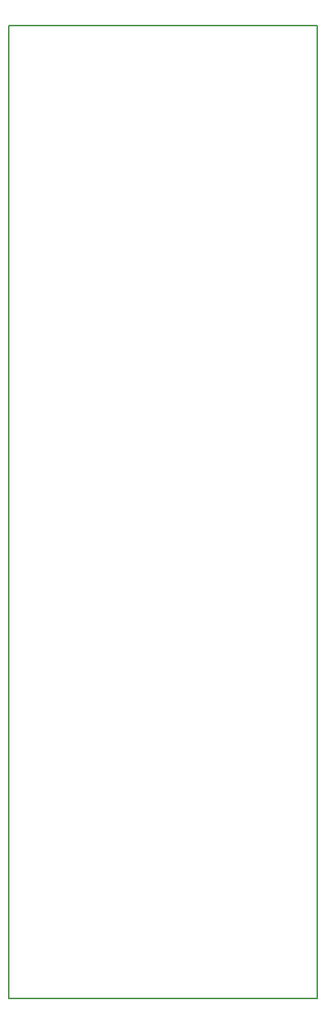
<source format=gm1>
G04 MADE WITH FRITZING*
G04 WWW.FRITZING.ORG*
G04 DOUBLE SIDED*
G04 HOLES PLATED*
G04 CONTOUR ON CENTER OF CONTOUR VECTOR*
%ASAXBY*%
%FSLAX23Y23*%
%MOIN*%
%OFA0B0*%
%SFA1.0B1.0*%
%ADD10R,1.419250X4.450320*%
%ADD11C,0.008000*%
%ADD10C,0.008*%
%LNCONTOUR*%
G90*
G70*
G54D10*
G54D11*
X4Y4446D02*
X1415Y4446D01*
X1415Y4D01*
X4Y4D01*
X4Y4446D01*
D02*
G04 End of contour*
M02*
</source>
